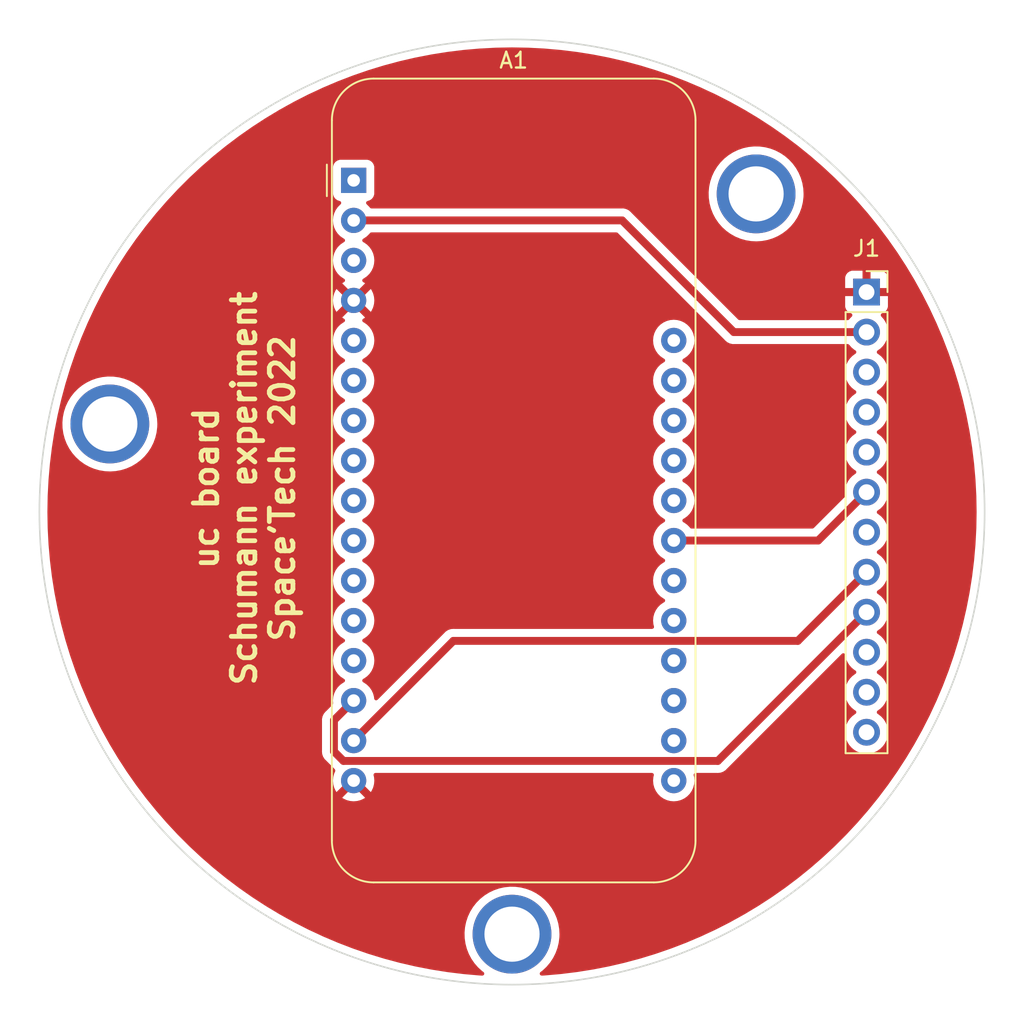
<source format=kicad_pcb>
(kicad_pcb (version 20211014) (generator pcbnew)
  (layers (0 "F.Cu" signal) (31 "B.Cu" signal) (34 "B.Paste" user) (35 "F.Paste" user) (36 "B.SilkS" user "B.Silkscreen") (37 "F.SilkS" user "F.Silkscreen") (38 "B.Mask" user) (39 "F.Mask" user) (44 "Edge.Cuts" user))
  (net 0 "")
  (net 2 "+3V3")
  (net 4 "GND")
  (net 14 "Rx")
  (net 15 "Tx")
  (net 22 "DRDY")
  (footprint "Module:Adafruit_Feather" (layer "F.Cu") (at 139.9475 83.95)
    (fp_text reference "A1" (at 10.16 -7.62) (layer "F.SilkS"))
    (fp_text value "Adafruit_Feather_M0_Adalogger")
    (fp_line (start 19.05 44.56) (end 1.27 44.56) (layer "F.SilkS") (width 0.12))
    (fp_line (start 19.05 -6.46) (end 1.27 -6.46) (layer "F.SilkS") (width 0.12))
    (fp_line (start -1.7 1) (end -1.7 -1) (layer "F.SilkS") (width 0.12))
    (fp_line (start -1.38 -3.81) (end -1.38 41.91) (layer "F.SilkS") (width 0.12))
    (fp_line (start 21.7 -3.81) (end 21.7 41.91) (layer "F.SilkS") (width 0.12))
    (fp_arc (start 1.27 44.56) (mid -0.603833 43.783833) (end -1.38 41.91) (layer "F.SilkS") (width 0.12))
    (fp_arc (start 19.05 -6.46) (mid 20.923833 -5.683833) (end 21.7 -3.81) (layer "F.SilkS") (width 0.12))
    (fp_arc (start 21.7 41.91) (mid 20.923833 43.783833) (end 19.05 44.56) (layer "F.SilkS") (width 0.12))
    (fp_arc (start -1.38 -3.81) (mid -0.603833 -5.683833) (end 1.27 -6.46) (layer "F.SilkS") (width 0.12))
    (pad "1" thru_hole rect (at 0 0 180) (size 1.6 1.6) (drill 0.8) (layers *.Cu *.Mask))
    (pad "2" thru_hole circle (at 0 2.54 180) (size 1.6 1.6) (drill 0.8) (layers *.Cu *.Mask) (net 2 "+3V3"))
    (pad "3" thru_hole circle (at 0 5.08 180) (size 1.6 1.6) (drill 0.8) (layers *.Cu *.Mask))
    (pad "4" thru_hole circle (at 0 7.62 180) (size 1.6 1.6) (drill 0.8) (layers *.Cu *.Mask) (net 4 "GND"))
    (pad "5" thru_hole circle (at 0 10.16 180) (size 1.6 1.6) (drill 0.8) (layers *.Cu *.Mask))
    (pad "6" thru_hole circle (at 0 12.7 180) (size 1.6 1.6) (drill 0.8) (layers *.Cu *.Mask))
    (pad "7" thru_hole circle (at 0 15.24 180) (size 1.6 1.6) (drill 0.8) (layers *.Cu *.Mask))
    (pad "8" thru_hole circle (at 0 17.78 180) (size 1.6 1.6) (drill 0.8) (layers *.Cu *.Mask))
    (pad "9" thru_hole circle (at 0 20.32 180) (size 1.6 1.6) (drill 0.8) (layers *.Cu *.Mask))
    (pad "10" thru_hole circle (at 0 22.86 180) (size 1.6 1.6) (drill 0.8) (layers *.Cu *.Mask))
    (pad "11" thru_hole circle (at 0 25.4 180) (size 1.6 1.6) (drill 0.8) (layers *.Cu *.Mask))
    (pad "12" thru_hole circle (at 0 27.94 180) (size 1.6 1.6) (drill 0.8) (layers *.Cu *.Mask))
    (pad "13" thru_hole circle (at 0 30.48 180) (size 1.6 1.6) (drill 0.8) (layers *.Cu *.Mask))
    (pad "14" thru_hole circle (at 0 33.02 180) (size 1.6 1.6) (drill 0.8) (layers *.Cu *.Mask) (net 14 "Rx"))
    (pad "15" thru_hole circle (at 0 35.56 180) (size 1.6 1.6) (drill 0.8) (layers *.Cu *.Mask) (net 15 "Tx"))
    (pad "16" thru_hole circle (at 0 38.1 180) (size 1.6 1.6) (drill 0.8) (layers *.Cu *.Mask) (net 4 "GND"))
    (pad "17" thru_hole circle (at 20.32 38.1 180) (size 1.6 1.6) (drill 0.8) (layers *.Cu *.Mask))
    (pad "18" thru_hole circle (at 20.32 35.56 180) (size 1.6 1.6) (drill 0.8) (layers *.Cu *.Mask))
    (pad "19" thru_hole circle (at 20.32 33.02 180) (size 1.6 1.6) (drill 0.8) (layers *.Cu *.Mask))
    (pad "20" thru_hole circle (at 20.32 30.48 180) (size 1.6 1.6) (drill 0.8) (layers *.Cu *.Mask))
    (pad "21" thru_hole circle (at 20.32 27.94 180) (size 1.6 1.6) (drill 0.8) (layers *.Cu *.Mask))
    (pad "22" thru_hole circle (at 20.32 25.4 180) (size 1.6 1.6) (drill 0.8) (layers *.Cu *.Mask))
    (pad "23" thru_hole circle (at 20.32 22.86 180) (size 1.6 1.6) (drill 0.8) (layers *.Cu *.Mask) (net 22 "DRDY"))
    (pad "24" thru_hole circle (at 20.32 20.32 180) (size 1.6 1.6) (drill 0.8) (layers *.Cu *.Mask))
    (pad "25" thru_hole circle (at 20.32 17.78 180) (size 1.6 1.6) (drill 0.8) (layers *.Cu *.Mask))
    (pad "26" thru_hole circle (at 20.32 15.24 180) (size 1.6 1.6) (drill 0.8) (layers *.Cu *.Mask))
    (pad "27" thru_hole circle (at 20.32 12.7 180) (size 1.6 1.6) (drill 0.8) (layers *.Cu *.Mask))
    (pad "28" thru_hole circle (at 20.32 10.16 180) (size 1.6 1.6) (drill 0.8) (layers *.Cu *.Mask))
  )
  (footprint "MountingHole:MountingHole_3.5mm_Pad" (layer "F.Cu") (at 124.473 99.412)
    (fp_text reference "H3")
    (fp_text value "MountingHole")
    (pad "1" thru_hole circle (at 0 0) (size 5 5) (drill 3.5) (layers *.Cu *.Mask))
  )
  (footprint "MountingHole:MountingHole_3.5mm_Pad" (layer "F.Cu") (at 150 131.797)
    (fp_text reference "H2")
    (fp_text value "MountingHole")
    (pad "1" thru_hole circle (at 0 0) (size 5 5) (drill 3.5) (layers *.Cu *.Mask))
  )
  (footprint "MountingHole:MountingHole_3.5mm_Pad" (layer "F.Cu") (at 165.494 84.807)
    (fp_text reference "H1")
    (fp_text value "MountingHole")
    (pad "1" thru_hole circle (at 0 0) (size 5 5) (drill 3.5) (layers *.Cu *.Mask))
  )
  (footprint "Connector_PinSocket_2.54mm:PinSocket_1x12_P2.54mm_Vertical" (layer "F.Cu") (at 172.479 104.99)
    (fp_text reference "J1" (at 0.025 -16.72) (layer "F.SilkS"))
    (fp_text value "Conn_01x12")
    (fp_line (start 1.355 -15.28) (end 1.355 -13.95) (layer "F.SilkS") (width 0.12))
    (fp_line (start -1.305 15.32) (end 1.355 15.32) (layer "F.SilkS") (width 0.12))
    (fp_line (start -1.305 -12.68) (end -1.305 15.32) (layer "F.SilkS") (width 0.12))
    (fp_line (start -1.305 -12.68) (end 1.355 -12.68) (layer "F.SilkS") (width 0.12))
    (fp_line (start 0.025 -15.28) (end 1.355 -15.28) (layer "F.SilkS") (width 0.12))
    (fp_line (start 1.355 -12.68) (end 1.355 15.32) (layer "F.SilkS") (width 0.12))
    (pad "1" thru_hole rect (at 0.025 -13.95) (size 1.7 1.7) (drill 1) (layers *.Cu *.Mask) (net 4 "GND"))
    (pad "2" thru_hole oval (at 0.025 -11.41) (size 1.7 1.7) (drill 1) (layers *.Cu *.Mask) (net 2 "+3V3"))
    (pad "3" thru_hole oval (at 0.025 -8.87) (size 1.7 1.7) (drill 1) (layers *.Cu *.Mask))
    (pad "4" thru_hole oval (at 0.025 -6.33) (size 1.7 1.7) (drill 1) (layers *.Cu *.Mask))
    (pad "5" thru_hole oval (at 0.025 -3.79) (size 1.7 1.7) (drill 1) (layers *.Cu *.Mask))
    (pad "6" thru_hole oval (at 0.025 -1.25) (size 1.7 1.7) (drill 1) (layers *.Cu *.Mask) (net 22 "DRDY"))
    (pad "7" thru_hole oval (at 0.025 1.29) (size 1.7 1.7) (drill 1) (layers *.Cu *.Mask))
    (pad "8" thru_hole oval (at 0.025 3.83) (size 1.7 1.7) (drill 1) (layers *.Cu *.Mask) (net 15 "Tx"))
    (pad "9" thru_hole oval (at 0.025 6.37) (size 1.7 1.7) (drill 1) (layers *.Cu *.Mask) (net 14 "Rx"))
    (pad "10" thru_hole oval (at 0.025 8.91) (size 1.7 1.7) (drill 1) (layers *.Cu *.Mask))
    (pad "11" thru_hole oval (at 0.025 11.45) (size 1.7 1.7) (drill 1) (layers *.Cu *.Mask))
    (pad "12" thru_hole oval (at 0.025 13.99) (size 1.7 1.7) (drill 1) (layers *.Cu *.Mask))
  )
  (gr_circle (center 150 105) (end 180 105) (layer "Edge.Cuts") (width 0.1) (fill none))
  (gr_text "uc board\nSchumann experiment\nSpace'Tech 2022" (at 133 103.5 90) (layer "F.SilkS") (effects (font (size 1.5 1.5) (thickness 0.3))))
  (segment (start 156.99 86.49) (end 164.08 93.58) (width 0.5) (layer "F.Cu") (net 2))
  (segment (start 164.08 93.58) (end 172.504 93.58) (width 0.5) (layer "F.Cu") (net 2))
  (segment (start 139.9475 86.49) (end 156.99 86.49) (width 0.5) (layer "F.Cu") (net 2))
  (segment (start 163.063511 120.800489) (end 172.504 111.36) (width 0.5) (layer "F.Cu") (net 14))
  (segment (start 138.697989 120.197989) (end 139.300489 120.800489) (width 0.5) (layer "F.Cu") (net 14))
  (segment (start 139.9475 116.97) (end 138.697989 118.219511) (width 0.5) (layer "F.Cu") (net 14))
  (segment (start 138.697989 118.219511) (end 138.697989 120.197989) (width 0.5) (layer "F.Cu") (net 14))
  (segment (start 139.300489 120.800489) (end 163.063511 120.800489) (width 0.5) (layer "F.Cu") (net 14))
  (segment (start 146.277011 113.180489) (end 139.9475 119.51) (width 0.5) (layer "F.Cu") (net 15))
  (segment (start 168.143511 113.180489) (end 146.277011 113.180489) (width 0.5) (layer "F.Cu") (net 15))
  (segment (start 172.504 108.82) (end 168.143511 113.180489) (width 0.5) (layer "F.Cu") (net 15))
  (segment (start 160.2675 106.81) (end 169.434 106.81) (width 0.5) (layer "F.Cu") (net 22))
  (segment (start 169.434 106.81) (end 172.504 103.74) (width 0.5) (layer "F.Cu") (net 22))
  (zone (net 4) (net_name "GND") (layer "F.Cu") (connect_pads (clearance 0.508)) (min_thickness 0.254) (fill yes (thermal_gap 0.508) (thermal_bridge_width 0.508))
    (polygon (pts (xy 182.5 137.5) (xy 117.5 137.5) (xy 117.5 72.5) (xy 182.5 72.5)))
  )
)
</source>
